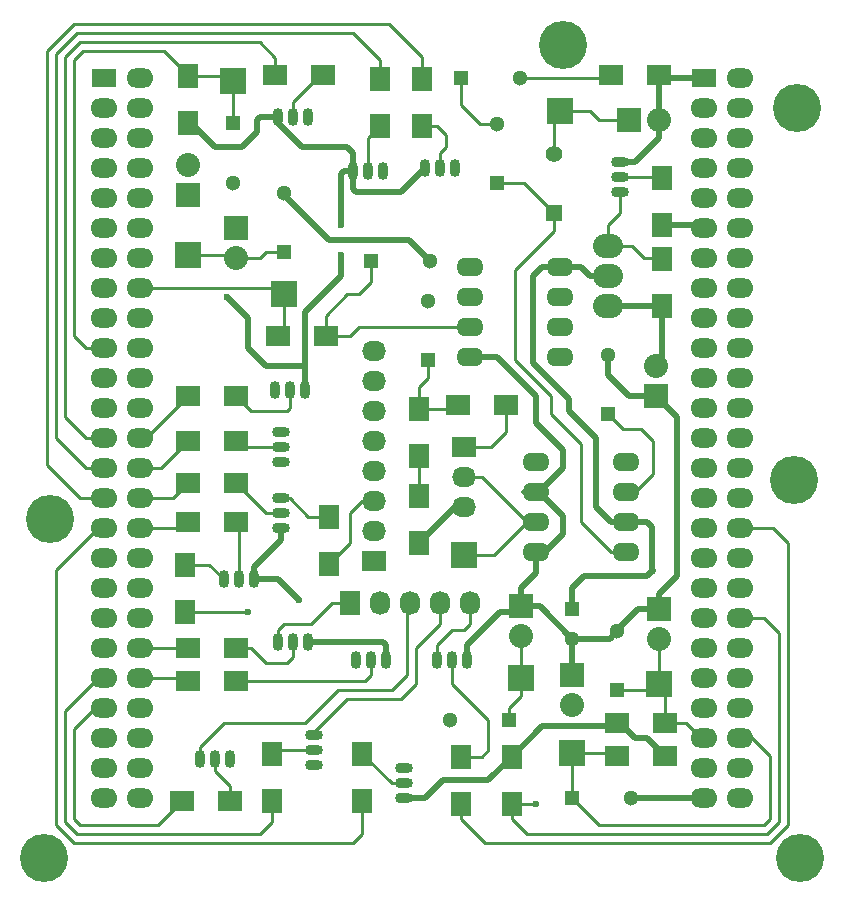
<source format=gbr>
G04 #@! TF.FileFunction,Copper,L1,Top,Signal*
%FSLAX46Y46*%
G04 Gerber Fmt 4.6, Leading zero omitted, Abs format (unit mm)*
G04 Created by KiCad (PCBNEW 4.0.1-stable) date 2016-06-27 2:05:19 PM*
%MOMM*%
G01*
G04 APERTURE LIST*
%ADD10C,0.100000*%
%ADD11C,4.064000*%
%ADD12R,2.032000X1.524000*%
%ADD13O,2.286000X1.651000*%
%ADD14R,1.300000X1.300000*%
%ADD15C,1.300000*%
%ADD16R,1.400000X1.400000*%
%ADD17C,1.400000*%
%ADD18R,2.032000X2.032000*%
%ADD19O,2.032000X2.032000*%
%ADD20R,1.727200X2.032000*%
%ADD21O,1.727200X2.032000*%
%ADD22R,2.032000X1.727200*%
%ADD23O,2.032000X1.727200*%
%ADD24O,2.540000X2.032000*%
%ADD25O,0.899160X1.501140*%
%ADD26O,1.501140X0.899160*%
%ADD27O,2.300000X1.600000*%
%ADD28R,2.235200X2.235200*%
%ADD29R,2.000000X1.700000*%
%ADD30R,1.700000X2.000000*%
%ADD31C,0.600000*%
%ADD32C,0.500000*%
%ADD33C,0.250000*%
G04 APERTURE END LIST*
D10*
D11*
X149860000Y-59436000D03*
X86106000Y-122936000D03*
X150114000Y-122936000D03*
X130048000Y-54102000D03*
X86614000Y-94234000D03*
D12*
X141986000Y-56896000D03*
D13*
X141986000Y-59436000D03*
X141986000Y-61976000D03*
X141986000Y-64516000D03*
X141986000Y-67056000D03*
X141986000Y-69596000D03*
X141986000Y-72136000D03*
X141986000Y-74676000D03*
X141986000Y-77216000D03*
X141986000Y-79756000D03*
X141986000Y-82296000D03*
X141986000Y-84836000D03*
X141986000Y-87376000D03*
X141986000Y-89916000D03*
X141986000Y-92456000D03*
X141986000Y-94996000D03*
X141986000Y-97536000D03*
X141986000Y-100076000D03*
X141986000Y-102616000D03*
X141986000Y-105156000D03*
X141986000Y-107696000D03*
X141986000Y-110236000D03*
X141986000Y-112776000D03*
X141986000Y-115316000D03*
X141986000Y-117856000D03*
X145034000Y-56896000D03*
X145034000Y-59436000D03*
X145034000Y-61976000D03*
X145034000Y-64516000D03*
X145034000Y-67056000D03*
X145034000Y-69596000D03*
X145034000Y-72136000D03*
X145034000Y-74676000D03*
X145034000Y-77216000D03*
X145034000Y-79756000D03*
X145034000Y-82296000D03*
X145034000Y-84836000D03*
X145034000Y-87376000D03*
X145034000Y-89916000D03*
X145034000Y-92456000D03*
X145034000Y-94996000D03*
X145034000Y-97536000D03*
X145034000Y-100076000D03*
X145034000Y-102616000D03*
X145034000Y-105156000D03*
X145034000Y-107696000D03*
X145034000Y-110236000D03*
X145034000Y-112776000D03*
X145034000Y-115316000D03*
X145034000Y-117856000D03*
D14*
X130810000Y-101854000D03*
D15*
X130810000Y-104354000D03*
D14*
X113792000Y-72390000D03*
D15*
X118792000Y-72390000D03*
D14*
X118618000Y-80772000D03*
D15*
X118618000Y-75772000D03*
D14*
X102108000Y-60706000D03*
D15*
X102108000Y-65706000D03*
D14*
X106426000Y-71628000D03*
D15*
X106426000Y-66628000D03*
D14*
X125476000Y-111252000D03*
D15*
X120476000Y-111252000D03*
D14*
X133858000Y-85344000D03*
D15*
X133858000Y-80344000D03*
D14*
X124460000Y-65786000D03*
D15*
X124460000Y-60786000D03*
D14*
X121412000Y-56896000D03*
D15*
X126412000Y-56896000D03*
D16*
X129286000Y-68326000D03*
D17*
X129286000Y-63326000D03*
D14*
X130810000Y-117856000D03*
D15*
X135810000Y-117856000D03*
D14*
X134620000Y-108712000D03*
D15*
X134620000Y-103712000D03*
D18*
X137922000Y-83820000D03*
D19*
X137922000Y-81280000D03*
D20*
X112014000Y-101346000D03*
D21*
X114554000Y-101346000D03*
X117094000Y-101346000D03*
X119634000Y-101346000D03*
X122174000Y-101346000D03*
D22*
X114046000Y-97790000D03*
D23*
X114046000Y-95250000D03*
X114046000Y-92710000D03*
X114046000Y-90170000D03*
X114046000Y-87630000D03*
X114046000Y-85090000D03*
X114046000Y-82550000D03*
X114046000Y-80010000D03*
D18*
X135636000Y-60452000D03*
D19*
X138176000Y-60452000D03*
D24*
X133858000Y-73660000D03*
X133858000Y-76200000D03*
X133858000Y-71120000D03*
D25*
X106934000Y-83312000D03*
X108204000Y-83312000D03*
X105664000Y-83312000D03*
X107188000Y-104648000D03*
X108458000Y-104648000D03*
X105918000Y-104648000D03*
D26*
X106172000Y-88138000D03*
X106172000Y-89408000D03*
X106172000Y-86868000D03*
X106172000Y-93726000D03*
X106172000Y-94996000D03*
X106172000Y-92456000D03*
D25*
X113792000Y-106172000D03*
X115062000Y-106172000D03*
X112522000Y-106172000D03*
X102616000Y-99314000D03*
X103886000Y-99314000D03*
X101346000Y-99314000D03*
D26*
X116586000Y-116586000D03*
X116586000Y-117856000D03*
X116586000Y-115316000D03*
D25*
X119634000Y-64516000D03*
X118364000Y-64516000D03*
X120904000Y-64516000D03*
X100584000Y-114554000D03*
X101854000Y-114554000D03*
X99314000Y-114554000D03*
X113538000Y-64770000D03*
X112268000Y-64770000D03*
X114808000Y-64770000D03*
X107188000Y-60198000D03*
X105918000Y-60198000D03*
X108458000Y-60198000D03*
D26*
X108966000Y-113792000D03*
X108966000Y-115062000D03*
X108966000Y-112522000D03*
D25*
X120650000Y-106172000D03*
X121920000Y-106172000D03*
X119380000Y-106172000D03*
D26*
X134874000Y-65278000D03*
X134874000Y-64008000D03*
X134874000Y-66548000D03*
D27*
X122174000Y-72898000D03*
X122174000Y-75438000D03*
X122174000Y-77978000D03*
X122174000Y-80518000D03*
X129794000Y-80518000D03*
X129794000Y-77978000D03*
X129794000Y-75438000D03*
X129794000Y-72898000D03*
X127762000Y-89408000D03*
X127762000Y-91948000D03*
X127762000Y-94488000D03*
X127762000Y-97028000D03*
X135382000Y-97028000D03*
X135382000Y-94488000D03*
X135382000Y-91948000D03*
X135382000Y-89408000D03*
D28*
X106426000Y-75184000D03*
X121666000Y-97282000D03*
X129794000Y-59690000D03*
X102108000Y-57150000D03*
X98298000Y-71882000D03*
X126492000Y-107696000D03*
X130810000Y-114046000D03*
X138176000Y-108204000D03*
D18*
X98298000Y-66802000D03*
D19*
X98298000Y-64262000D03*
D18*
X102362000Y-69596000D03*
D19*
X102362000Y-72136000D03*
D18*
X126492000Y-101600000D03*
D19*
X126492000Y-104140000D03*
D18*
X130810000Y-107442000D03*
D19*
X130810000Y-109982000D03*
D18*
X138176000Y-101854000D03*
D19*
X138176000Y-104394000D03*
D12*
X91186000Y-56896000D03*
D13*
X91186000Y-59436000D03*
X91186000Y-61976000D03*
X91186000Y-64516000D03*
X91186000Y-67056000D03*
X91186000Y-69596000D03*
X91186000Y-72136000D03*
X91186000Y-74676000D03*
X91186000Y-77216000D03*
X91186000Y-79756000D03*
X91186000Y-82296000D03*
X91186000Y-84836000D03*
X91186000Y-87376000D03*
X91186000Y-89916000D03*
X91186000Y-92456000D03*
X91186000Y-94996000D03*
X91186000Y-97536000D03*
X91186000Y-100076000D03*
X91186000Y-102616000D03*
X91186000Y-105156000D03*
X91186000Y-107696000D03*
X91186000Y-110236000D03*
X91186000Y-112776000D03*
X91186000Y-115316000D03*
X91186000Y-117856000D03*
X94234000Y-56896000D03*
X94234000Y-59436000D03*
X94234000Y-61976000D03*
X94234000Y-64516000D03*
X94234000Y-67056000D03*
X94234000Y-69596000D03*
X94234000Y-72136000D03*
X94234000Y-74676000D03*
X94234000Y-77216000D03*
X94234000Y-79756000D03*
X94234000Y-82296000D03*
X94234000Y-84836000D03*
X94234000Y-87376000D03*
X94234000Y-89916000D03*
X94234000Y-92456000D03*
X94234000Y-94996000D03*
X94234000Y-97536000D03*
X94234000Y-100076000D03*
X94234000Y-102616000D03*
X94234000Y-105156000D03*
X94234000Y-107696000D03*
X94234000Y-110236000D03*
X94234000Y-112776000D03*
X94234000Y-115316000D03*
X94234000Y-117856000D03*
D29*
X109950000Y-78740000D03*
X105950000Y-78740000D03*
D30*
X117856000Y-84868000D03*
X117856000Y-88868000D03*
D29*
X121190000Y-84582000D03*
X125190000Y-84582000D03*
D30*
X138430000Y-72168000D03*
X138430000Y-76168000D03*
X138430000Y-65310000D03*
X138430000Y-69310000D03*
D29*
X134144000Y-56642000D03*
X138144000Y-56642000D03*
X102330000Y-83820000D03*
X98330000Y-83820000D03*
X102330000Y-87630000D03*
X98330000Y-87630000D03*
X102330000Y-91186000D03*
X98330000Y-91186000D03*
X102330000Y-94488000D03*
X98330000Y-94488000D03*
D30*
X113030000Y-114078000D03*
X113030000Y-118078000D03*
X118110000Y-60928000D03*
X118110000Y-56928000D03*
X114554000Y-60928000D03*
X114554000Y-56928000D03*
D29*
X109696000Y-56642000D03*
X105696000Y-56642000D03*
X102330000Y-105156000D03*
X98330000Y-105156000D03*
X102330000Y-107950000D03*
X98330000Y-107950000D03*
X101822000Y-118110000D03*
X97822000Y-118110000D03*
D30*
X105410000Y-114078000D03*
X105410000Y-118078000D03*
X110236000Y-98012000D03*
X110236000Y-94012000D03*
X98044000Y-102076000D03*
X98044000Y-98076000D03*
X121412000Y-114332000D03*
X121412000Y-118332000D03*
X117856000Y-92234000D03*
X117856000Y-96234000D03*
X98298000Y-60674000D03*
X98298000Y-56674000D03*
X125730000Y-114332000D03*
X125730000Y-118332000D03*
D29*
X138652000Y-114300000D03*
X134652000Y-114300000D03*
X134652000Y-111506000D03*
X138652000Y-111506000D03*
D22*
X121666000Y-88138000D03*
D23*
X121666000Y-90678000D03*
X121666000Y-93218000D03*
D11*
X149606000Y-90932000D03*
D31*
X127762000Y-118364000D03*
X103378000Y-102108000D03*
X107696000Y-101092000D03*
X111252000Y-69342000D03*
X111252000Y-71882000D03*
X101600000Y-75438000D03*
D32*
X133858000Y-73660000D02*
X132334000Y-73660000D01*
X131572000Y-72898000D02*
X129794000Y-72898000D01*
X134112000Y-94488000D02*
X135382000Y-94488000D01*
X137160000Y-94488000D02*
X135382000Y-94488000D01*
X130810000Y-72898000D02*
X129794000Y-72898000D01*
D33*
X137160000Y-94488000D02*
X135382000Y-94488000D01*
X129794000Y-72898000D02*
X130810000Y-72898000D01*
D32*
X137541000Y-94869000D02*
X137541000Y-98679000D01*
X137541000Y-98679000D02*
X137668000Y-98552000D01*
X137160000Y-99060000D02*
X137668000Y-98552000D01*
X137541000Y-94869000D02*
X137160000Y-94488000D01*
X132842000Y-93218000D02*
X134112000Y-94488000D01*
X132842000Y-87376000D02*
X132842000Y-93218000D01*
X130556000Y-84074000D02*
X130556000Y-85090000D01*
X130556000Y-85090000D02*
X132842000Y-87376000D01*
X127508000Y-81026000D02*
X130556000Y-84074000D01*
D33*
X130556000Y-84074000D02*
X127508000Y-81026000D01*
D32*
X127508000Y-73660000D02*
X127508000Y-81026000D01*
D33*
X127508000Y-81026000D02*
X127508000Y-73660000D01*
D32*
X130810000Y-101854000D02*
X130810000Y-100076000D01*
X131572000Y-72898000D02*
X132334000Y-73660000D01*
X129794000Y-72898000D02*
X128270000Y-72898000D01*
X128270000Y-72898000D02*
X127508000Y-73660000D01*
D33*
X127508000Y-73660000D02*
X128270000Y-72898000D01*
D32*
X131826000Y-99060000D02*
X137160000Y-99060000D01*
D33*
X131826000Y-99060000D02*
X137160000Y-99060000D01*
D32*
X130810000Y-100076000D02*
X131826000Y-99060000D01*
D33*
X130810000Y-100076000D02*
X131826000Y-99060000D01*
D32*
X127762000Y-91948000D02*
X128016000Y-91948000D01*
X128016000Y-91948000D02*
X130048000Y-89916000D01*
X128016000Y-91948000D02*
X130048000Y-93980000D01*
X130048000Y-95504000D02*
X128524000Y-97028000D01*
X128524000Y-97028000D02*
X127762000Y-97028000D01*
X124460000Y-80518000D02*
X127762000Y-83820000D01*
X122174000Y-80518000D02*
X124460000Y-80518000D01*
X108458000Y-104648000D02*
X114808000Y-104648000D01*
X115062000Y-104902000D02*
X115062000Y-106172000D01*
X114808000Y-104648000D02*
X115062000Y-104902000D01*
X126746000Y-91948000D02*
X127762000Y-91948000D01*
X106426000Y-66628000D02*
X106426000Y-66802000D01*
X106426000Y-66802000D02*
X110236000Y-70612000D01*
X117014000Y-70612000D02*
X118792000Y-72390000D01*
X110236000Y-70612000D02*
X117014000Y-70612000D01*
X117856000Y-96234000D02*
X117888000Y-96234000D01*
X117888000Y-96234000D02*
X120904000Y-93218000D01*
X120904000Y-93218000D02*
X121666000Y-93218000D01*
X127762000Y-98806000D02*
X127762000Y-97028000D01*
X138176000Y-101854000D02*
X138176000Y-100584000D01*
X139700000Y-85598000D02*
X137922000Y-83820000D01*
X139700000Y-99060000D02*
X139700000Y-85598000D01*
X138176000Y-100584000D02*
X139700000Y-99060000D01*
X133858000Y-80344000D02*
X133858000Y-82042000D01*
X133858000Y-82042000D02*
X135636000Y-83820000D01*
X135636000Y-83820000D02*
X137922000Y-83820000D01*
X134620000Y-103712000D02*
X134620000Y-103632000D01*
X134620000Y-103632000D02*
X136398000Y-101854000D01*
X130810000Y-104354000D02*
X130810000Y-107442000D01*
X130810000Y-104354000D02*
X133978000Y-104354000D01*
X133978000Y-104354000D02*
X134620000Y-103712000D01*
X121920000Y-106172000D02*
X121920000Y-104902000D01*
X142240000Y-117856000D02*
X135810000Y-117856000D01*
X134874000Y-64008000D02*
X136144000Y-64008000D01*
X136144000Y-64008000D02*
X138176000Y-61976000D01*
X138176000Y-61976000D02*
X138176000Y-60452000D01*
X138144000Y-56642000D02*
X138144000Y-60420000D01*
X138144000Y-60420000D02*
X138176000Y-60452000D01*
X142240000Y-56896000D02*
X138398000Y-56896000D01*
X138398000Y-56896000D02*
X138144000Y-56642000D01*
X127762000Y-83820000D02*
X127762000Y-86106000D01*
X130048000Y-93980000D02*
X130048000Y-95504000D01*
X130048000Y-88392000D02*
X130048000Y-89916000D01*
X127762000Y-86106000D02*
X130048000Y-88392000D01*
X123952000Y-102870000D02*
X124714000Y-102108000D01*
X121920000Y-104902000D02*
X123952000Y-102870000D01*
X126492000Y-101600000D02*
X128056000Y-101600000D01*
X124714000Y-102108000D02*
X125984000Y-102108000D01*
X125984000Y-102108000D02*
X126492000Y-101600000D01*
X126492000Y-101600000D02*
X126492000Y-100076000D01*
X126492000Y-100076000D02*
X127762000Y-98806000D01*
X128056000Y-101600000D02*
X130810000Y-104354000D01*
X136398000Y-101854000D02*
X138176000Y-101854000D01*
D33*
X109950000Y-78740000D02*
X112014000Y-78740000D01*
X112014000Y-78740000D02*
X112776000Y-77978000D01*
X109950000Y-78740000D02*
X109950000Y-76994000D01*
X113792000Y-74168000D02*
X113792000Y-72390000D01*
X112776000Y-75184000D02*
X113792000Y-74168000D01*
X111760000Y-75184000D02*
X112776000Y-75184000D01*
X109950000Y-76994000D02*
X111760000Y-75184000D01*
X109950000Y-78740000D02*
X109950000Y-78010000D01*
X109950000Y-78740000D02*
X110744000Y-78740000D01*
X112776000Y-77978000D02*
X122174000Y-77978000D01*
X117856000Y-84868000D02*
X120904000Y-84868000D01*
X120904000Y-84868000D02*
X121190000Y-84582000D01*
X118618000Y-80772000D02*
X118618000Y-82296000D01*
X117856000Y-83058000D02*
X117856000Y-84868000D01*
X118618000Y-82296000D02*
X117856000Y-83058000D01*
X98298000Y-56642000D02*
X96266000Y-54610000D01*
X98298000Y-56674000D02*
X98298000Y-56642000D01*
X89662000Y-79756000D02*
X91440000Y-79756000D01*
X88646000Y-78740000D02*
X89662000Y-79756000D01*
X88646000Y-77978000D02*
X88646000Y-78740000D01*
X88646000Y-78486000D02*
X88646000Y-77978000D01*
X88646000Y-55372000D02*
X88646000Y-78486000D01*
X89408000Y-54610000D02*
X88646000Y-55372000D01*
X89662000Y-54610000D02*
X89408000Y-54610000D01*
X96266000Y-54610000D02*
X89662000Y-54610000D01*
X102108000Y-60706000D02*
X101854000Y-60706000D01*
X102108000Y-57150000D02*
X102108000Y-60706000D01*
X98298000Y-56674000D02*
X101632000Y-56674000D01*
X101632000Y-56674000D02*
X102108000Y-57150000D01*
X98298000Y-71882000D02*
X102108000Y-71882000D01*
X102108000Y-71882000D02*
X102362000Y-72136000D01*
X102362000Y-72136000D02*
X104394000Y-72136000D01*
X104394000Y-72136000D02*
X104902000Y-71628000D01*
X104902000Y-71628000D02*
X106426000Y-71628000D01*
X127730000Y-118332000D02*
X125730000Y-118332000D01*
X127762000Y-118364000D02*
X127730000Y-118332000D01*
X125476000Y-111252000D02*
X125476000Y-110236000D01*
X126492000Y-109220000D02*
X126492000Y-107696000D01*
X125476000Y-110236000D02*
X126492000Y-109220000D01*
X126492000Y-104140000D02*
X126492000Y-107696000D01*
X125476000Y-111252000D02*
X125476000Y-110998000D01*
X136144000Y-120904000D02*
X147320000Y-120904000D01*
X147066000Y-102616000D02*
X144780000Y-102616000D01*
X125730000Y-118332000D02*
X125730000Y-119634000D01*
X127000000Y-120904000D02*
X136144000Y-120904000D01*
X125730000Y-119634000D02*
X127000000Y-120904000D01*
X147320000Y-120904000D02*
X148336000Y-119888000D01*
X148336000Y-119888000D02*
X148336000Y-103886000D01*
X148336000Y-103886000D02*
X147066000Y-102616000D01*
X135382000Y-91948000D02*
X136144000Y-91948000D01*
X136144000Y-91948000D02*
X137668000Y-90424000D01*
X137668000Y-90424000D02*
X137668000Y-87630000D01*
X137668000Y-87630000D02*
X136652000Y-86614000D01*
X136652000Y-86614000D02*
X135128000Y-86614000D01*
X135128000Y-86614000D02*
X133858000Y-85344000D01*
X126746000Y-81534000D02*
X125984000Y-80772000D01*
X129032000Y-83820000D02*
X129032000Y-85344000D01*
X129032000Y-85344000D02*
X131572000Y-87884000D01*
X126746000Y-81534000D02*
X129032000Y-83820000D01*
X125984000Y-73152000D02*
X126746000Y-72390000D01*
X125984000Y-80772000D02*
X125984000Y-73152000D01*
X135382000Y-97028000D02*
X134112000Y-97028000D01*
X129286000Y-68326000D02*
X129286000Y-69850000D01*
X126746000Y-72390000D02*
X129286000Y-69850000D01*
X134112000Y-97028000D02*
X132080000Y-94996000D01*
X126746000Y-65786000D02*
X129286000Y-68326000D01*
X124460000Y-65786000D02*
X126746000Y-65786000D01*
X131572000Y-94488000D02*
X132080000Y-94996000D01*
X131572000Y-87884000D02*
X131572000Y-94488000D01*
X124460000Y-60786000D02*
X123016000Y-60786000D01*
X123016000Y-60786000D02*
X121412000Y-59182000D01*
X121412000Y-56896000D02*
X121412000Y-58674000D01*
X121412000Y-58674000D02*
X121412000Y-59182000D01*
X126412000Y-56896000D02*
X133890000Y-56896000D01*
X133890000Y-56896000D02*
X134144000Y-56642000D01*
X129794000Y-59690000D02*
X132334000Y-59690000D01*
X132334000Y-59690000D02*
X133096000Y-60452000D01*
X133096000Y-60452000D02*
X135636000Y-60452000D01*
X129286000Y-60198000D02*
X129794000Y-59690000D01*
X129286000Y-63326000D02*
X129286000Y-60198000D01*
X130810000Y-114046000D02*
X134398000Y-114046000D01*
X134398000Y-114046000D02*
X134652000Y-114300000D01*
X134144000Y-113792000D02*
X134652000Y-114300000D01*
X130810000Y-117856000D02*
X133096000Y-120142000D01*
X133096000Y-120142000D02*
X142494000Y-120142000D01*
X142494000Y-120142000D02*
X146558000Y-120142000D01*
X146558000Y-120142000D02*
X146812000Y-120142000D01*
X146812000Y-120142000D02*
X147066000Y-120142000D01*
X147066000Y-120142000D02*
X147574000Y-119634000D01*
X147574000Y-119634000D02*
X147574000Y-114300000D01*
X147574000Y-114300000D02*
X146050000Y-112776000D01*
X146050000Y-112776000D02*
X144780000Y-112776000D01*
X130810000Y-117856000D02*
X130810000Y-113792000D01*
X138652000Y-111506000D02*
X140462000Y-111506000D01*
X140462000Y-111506000D02*
X141732000Y-112776000D01*
X141732000Y-112776000D02*
X142240000Y-112776000D01*
X138652000Y-111506000D02*
X139446000Y-111506000D01*
X138652000Y-111506000D02*
X138652000Y-108680000D01*
X138652000Y-108680000D02*
X138176000Y-108204000D01*
X134620000Y-108712000D02*
X137668000Y-108712000D01*
X137668000Y-108712000D02*
X138176000Y-108204000D01*
X138176000Y-104394000D02*
X138176000Y-108204000D01*
D32*
X138430000Y-76168000D02*
X138430000Y-80772000D01*
X138430000Y-80772000D02*
X137922000Y-81280000D01*
X133858000Y-76200000D02*
X138398000Y-76200000D01*
X138398000Y-76200000D02*
X138430000Y-76168000D01*
D33*
X108712000Y-103124000D02*
X110490000Y-101346000D01*
X105918000Y-104648000D02*
X105918000Y-103632000D01*
X110490000Y-101346000D02*
X112014000Y-101346000D01*
X106426000Y-103124000D02*
X108712000Y-103124000D01*
X105918000Y-103632000D02*
X106426000Y-103124000D01*
X116840000Y-103886000D02*
X116840000Y-101600000D01*
X116840000Y-101600000D02*
X117094000Y-101346000D01*
X99314000Y-114554000D02*
X99314000Y-113538000D01*
X116840000Y-107442000D02*
X116840000Y-103886000D01*
X115570000Y-108712000D02*
X116840000Y-107442000D01*
X110998000Y-108712000D02*
X115570000Y-108712000D01*
X108204000Y-111506000D02*
X110998000Y-108712000D01*
X101346000Y-111506000D02*
X108204000Y-111506000D01*
X99314000Y-113538000D02*
X101346000Y-111506000D01*
X108966000Y-112522000D02*
X108966000Y-112268000D01*
X108966000Y-112268000D02*
X111760000Y-109474000D01*
X111760000Y-109474000D02*
X116332000Y-109474000D01*
X116332000Y-109474000D02*
X117602000Y-108204000D01*
X117602000Y-108204000D02*
X117602000Y-105156000D01*
X117602000Y-105156000D02*
X119634000Y-103124000D01*
X119634000Y-103124000D02*
X119634000Y-101346000D01*
X119380000Y-106172000D02*
X119380000Y-104902000D01*
X122174000Y-103124000D02*
X122174000Y-101346000D01*
X121666000Y-103632000D02*
X122174000Y-103124000D01*
X120650000Y-103632000D02*
X121666000Y-103632000D01*
X119380000Y-104902000D02*
X120650000Y-103632000D01*
X112014000Y-95250000D02*
X112014000Y-96234000D01*
X112014000Y-96234000D02*
X110236000Y-98012000D01*
X112014000Y-93726000D02*
X113030000Y-92710000D01*
X112014000Y-95250000D02*
X112014000Y-93726000D01*
X113030000Y-92710000D02*
X114046000Y-92710000D01*
X110236000Y-98012000D02*
X110776000Y-98012000D01*
X113030000Y-92710000D02*
X114046000Y-92710000D01*
X98044000Y-102076000D02*
X99822000Y-102076000D01*
X103346000Y-102076000D02*
X99822000Y-102076000D01*
X99822000Y-102076000D02*
X100044000Y-102076000D01*
X103346000Y-102076000D02*
X103378000Y-102108000D01*
X106426000Y-75184000D02*
X106426000Y-78264000D01*
X106426000Y-78264000D02*
X105950000Y-78740000D01*
X93980000Y-74676000D02*
X105918000Y-74676000D01*
X105918000Y-74676000D02*
X106426000Y-75184000D01*
X105696000Y-56642000D02*
X105696000Y-55150000D01*
X89662000Y-87376000D02*
X91440000Y-87376000D01*
X87884000Y-85598000D02*
X89662000Y-87376000D01*
X87884000Y-55118000D02*
X87884000Y-85598000D01*
X89154000Y-53848000D02*
X87884000Y-55118000D01*
X104394000Y-53848000D02*
X89154000Y-53848000D01*
X105696000Y-55150000D02*
X104394000Y-53848000D01*
X93980000Y-87376000D02*
X94774000Y-87376000D01*
X94774000Y-87376000D02*
X98330000Y-83820000D01*
X111506000Y-53086000D02*
X112268000Y-53086000D01*
X91440000Y-89916000D02*
X89662000Y-89916000D01*
X87122000Y-87376000D02*
X89662000Y-89916000D01*
X87122000Y-54864000D02*
X87122000Y-87376000D01*
X88900000Y-53086000D02*
X87122000Y-54864000D01*
X89154000Y-53086000D02*
X88900000Y-53086000D01*
X89408000Y-53086000D02*
X89154000Y-53086000D01*
X111506000Y-53086000D02*
X89408000Y-53086000D01*
X114554000Y-55372000D02*
X114554000Y-56928000D01*
X112268000Y-53086000D02*
X114554000Y-55372000D01*
X114554000Y-56928000D02*
X114554000Y-56134000D01*
X93980000Y-89916000D02*
X96044000Y-89916000D01*
X96044000Y-89916000D02*
X98330000Y-87630000D01*
X86360000Y-71882000D02*
X86360000Y-89662000D01*
X113538000Y-52324000D02*
X115316000Y-52324000D01*
X86360000Y-60452000D02*
X86360000Y-54610000D01*
X88646000Y-52324000D02*
X86360000Y-54610000D01*
X113538000Y-52324000D02*
X88646000Y-52324000D01*
X118110000Y-56928000D02*
X118110000Y-55118000D01*
X115316000Y-52324000D02*
X118110000Y-55118000D01*
X86360000Y-71882000D02*
X86360000Y-60452000D01*
X89154000Y-92456000D02*
X91440000Y-92456000D01*
X86360000Y-89662000D02*
X89154000Y-92456000D01*
X118110000Y-56928000D02*
X118110000Y-56896000D01*
X93980000Y-92456000D02*
X97060000Y-92456000D01*
X97060000Y-92456000D02*
X98330000Y-91186000D01*
X109474000Y-121666000D02*
X112268000Y-121666000D01*
X113030000Y-120904000D02*
X113030000Y-118078000D01*
X112268000Y-121666000D02*
X113030000Y-120904000D01*
X91440000Y-94996000D02*
X90678000Y-94996000D01*
X90678000Y-94996000D02*
X87122000Y-98552000D01*
X87122000Y-120142000D02*
X87122000Y-98552000D01*
X88646000Y-121666000D02*
X87122000Y-120142000D01*
X109474000Y-121666000D02*
X88646000Y-121666000D01*
X90170000Y-94996000D02*
X91440000Y-94996000D01*
X113030000Y-118078000D02*
X113030000Y-118110000D01*
X93980000Y-94996000D02*
X97822000Y-94996000D01*
X97822000Y-94996000D02*
X98330000Y-94488000D01*
X93980000Y-105156000D02*
X98330000Y-105156000D01*
X102616000Y-120904000D02*
X104394000Y-120904000D01*
X105410000Y-119888000D02*
X105410000Y-118078000D01*
X104394000Y-120904000D02*
X105410000Y-119888000D01*
X87884000Y-110490000D02*
X90678000Y-107696000D01*
X87884000Y-119888000D02*
X87884000Y-110490000D01*
X88900000Y-120904000D02*
X87884000Y-119888000D01*
X102616000Y-120904000D02*
X88900000Y-120904000D01*
X105410000Y-118078000D02*
X105410000Y-118110000D01*
X90678000Y-107696000D02*
X91440000Y-107696000D01*
X93980000Y-107696000D02*
X98076000Y-107696000D01*
X98076000Y-107696000D02*
X98330000Y-107950000D01*
X97822000Y-118110000D02*
X97790000Y-118110000D01*
X97790000Y-118110000D02*
X95758000Y-120142000D01*
X95758000Y-120142000D02*
X89154000Y-120142000D01*
X89154000Y-120142000D02*
X88646000Y-119634000D01*
X88646000Y-119634000D02*
X88646000Y-112014000D01*
X88646000Y-112014000D02*
X90424000Y-110236000D01*
X90424000Y-110236000D02*
X91440000Y-110236000D01*
D32*
X103886000Y-99314000D02*
X103886000Y-98298000D01*
X103886000Y-98298000D02*
X106172000Y-96012000D01*
X105918000Y-99314000D02*
X103886000Y-99314000D01*
X107696000Y-101092000D02*
X105918000Y-99314000D01*
X110236000Y-62738000D02*
X111760000Y-62738000D01*
X111760000Y-62738000D02*
X112268000Y-63246000D01*
X111252000Y-65532000D02*
X111252000Y-65024000D01*
X111252000Y-69342000D02*
X111252000Y-65532000D01*
X111506000Y-64770000D02*
X112268000Y-64770000D01*
X111252000Y-65024000D02*
X111506000Y-64770000D01*
X107950000Y-62738000D02*
X110236000Y-62738000D01*
X102870000Y-62738000D02*
X104140000Y-61468000D01*
X104140000Y-61468000D02*
X104140000Y-60452000D01*
X104140000Y-60452000D02*
X104394000Y-60198000D01*
X100584000Y-62738000D02*
X102870000Y-62738000D01*
X112522000Y-66548000D02*
X116332000Y-66548000D01*
X116332000Y-66548000D02*
X118364000Y-64516000D01*
X106172000Y-96012000D02*
X106172000Y-94996000D01*
X132588000Y-111760000D02*
X134398000Y-111760000D01*
X134398000Y-111760000D02*
X134652000Y-111506000D01*
X108204000Y-81280000D02*
X106934000Y-81280000D01*
X103378000Y-77216000D02*
X101854000Y-75692000D01*
X103378000Y-79756000D02*
X103378000Y-77216000D01*
X104902000Y-81280000D02*
X103378000Y-79756000D01*
X106934000Y-81280000D02*
X104902000Y-81280000D01*
X108204000Y-81280000D02*
X108204000Y-81407000D01*
X108204000Y-81407000D02*
X108204000Y-81280000D01*
X108204000Y-83312000D02*
X108204000Y-81280000D01*
X108204000Y-81280000D02*
X108204000Y-80518000D01*
X108204000Y-80518000D02*
X108204000Y-80772000D01*
X108204000Y-80772000D02*
X108204000Y-80518000D01*
X108204000Y-80518000D02*
X108204000Y-80518000D01*
X108204000Y-80518000D02*
X108204000Y-76708000D01*
X108204000Y-76708000D02*
X111252000Y-73660000D01*
X111252000Y-73660000D02*
X111252000Y-71882000D01*
X112268000Y-63246000D02*
X112268000Y-64770000D01*
X105918000Y-60706000D02*
X107950000Y-62738000D01*
X112014000Y-64770000D02*
X112268000Y-64770000D01*
X112268000Y-64770000D02*
X112268000Y-66294000D01*
X112268000Y-66294000D02*
X112522000Y-66548000D01*
X105918000Y-60198000D02*
X105918000Y-60706000D01*
X98520000Y-60674000D02*
X100584000Y-62738000D01*
X104394000Y-60198000D02*
X105918000Y-60198000D01*
X98298000Y-60674000D02*
X98520000Y-60674000D01*
X101600000Y-75438000D02*
X101854000Y-75692000D01*
X108204000Y-83312000D02*
X108204000Y-82550000D01*
X101854000Y-75692000D02*
X101854000Y-75692000D01*
X134652000Y-111506000D02*
X134874000Y-111506000D01*
X134874000Y-111506000D02*
X136144000Y-112776000D01*
X137128000Y-112776000D02*
X138652000Y-114300000D01*
X136144000Y-112776000D02*
X137128000Y-112776000D01*
X116586000Y-117856000D02*
X118364000Y-117856000D01*
X123730000Y-116332000D02*
X125730000Y-114332000D01*
X119888000Y-116332000D02*
X123730000Y-116332000D01*
X118364000Y-117856000D02*
X119888000Y-116332000D01*
X128302000Y-111760000D02*
X125730000Y-114332000D01*
X132588000Y-111760000D02*
X128302000Y-111760000D01*
X138430000Y-69310000D02*
X141954000Y-69310000D01*
X141954000Y-69310000D02*
X142240000Y-69596000D01*
D33*
X141954000Y-69310000D02*
X142240000Y-69596000D01*
X121412000Y-118332000D02*
X121412000Y-119634000D01*
X147828000Y-94996000D02*
X144780000Y-94996000D01*
X149098000Y-96266000D02*
X147828000Y-94996000D01*
X149098000Y-120142000D02*
X149098000Y-96266000D01*
X147574000Y-121666000D02*
X149098000Y-120142000D01*
X147066000Y-121666000D02*
X147574000Y-121666000D01*
X123444000Y-121666000D02*
X147066000Y-121666000D01*
X121412000Y-119634000D02*
X123444000Y-121666000D01*
X135890000Y-71120000D02*
X136906000Y-72136000D01*
X133858000Y-71120000D02*
X135890000Y-71120000D01*
X136906000Y-72136000D02*
X138398000Y-72136000D01*
X138398000Y-72136000D02*
X138430000Y-72168000D01*
X134874000Y-66548000D02*
X134874000Y-68326000D01*
X133858000Y-69342000D02*
X133858000Y-71120000D01*
X134874000Y-68326000D02*
X133858000Y-69342000D01*
X102330000Y-83820000D02*
X102362000Y-83820000D01*
X102362000Y-83820000D02*
X103632000Y-85090000D01*
X103632000Y-85090000D02*
X106680000Y-85090000D01*
X106680000Y-85090000D02*
X106934000Y-84836000D01*
X106934000Y-84836000D02*
X106934000Y-83312000D01*
X102330000Y-105156000D02*
X102616000Y-105156000D01*
X107188000Y-104648000D02*
X107188000Y-105918000D01*
X103632000Y-105156000D02*
X102330000Y-105156000D01*
X104902000Y-106426000D02*
X103632000Y-105156000D01*
X106680000Y-106426000D02*
X104902000Y-106426000D01*
X107188000Y-105918000D02*
X106680000Y-106426000D01*
X106172000Y-88138000D02*
X102838000Y-88138000D01*
X102838000Y-88138000D02*
X102330000Y-87630000D01*
X102330000Y-91186000D02*
X102362000Y-91186000D01*
X102362000Y-91186000D02*
X104902000Y-93726000D01*
X104902000Y-93726000D02*
X106172000Y-93726000D01*
X106172000Y-92456000D02*
X106934000Y-92456000D01*
X108490000Y-94012000D02*
X110236000Y-94012000D01*
X106934000Y-92456000D02*
X108490000Y-94012000D01*
X102330000Y-107950000D02*
X113284000Y-107950000D01*
X113792000Y-107442000D02*
X113792000Y-106172000D01*
X113284000Y-107950000D02*
X113792000Y-107442000D01*
X102616000Y-99314000D02*
X102616000Y-94774000D01*
X102616000Y-94774000D02*
X102330000Y-94488000D01*
X100108000Y-98076000D02*
X101346000Y-99314000D01*
X98044000Y-98076000D02*
X100108000Y-98076000D01*
X116586000Y-116586000D02*
X115538000Y-116586000D01*
X115538000Y-116586000D02*
X113030000Y-114078000D01*
X119634000Y-63246000D02*
X119634000Y-64516000D01*
X120142000Y-62738000D02*
X119634000Y-63246000D01*
X120142000Y-61722000D02*
X120142000Y-62738000D01*
X118110000Y-60928000D02*
X119348000Y-60928000D01*
X119348000Y-60928000D02*
X120142000Y-61722000D01*
X100584000Y-115570000D02*
X101822000Y-116808000D01*
X100584000Y-114554000D02*
X100584000Y-115570000D01*
X101822000Y-116808000D02*
X101822000Y-117094000D01*
X101822000Y-117062000D02*
X101822000Y-117094000D01*
X101822000Y-117094000D02*
X101822000Y-118110000D01*
X113538000Y-62738000D02*
X113538000Y-61944000D01*
X113538000Y-61944000D02*
X114554000Y-60928000D01*
X113538000Y-64770000D02*
X113538000Y-62738000D01*
X109696000Y-56642000D02*
X109474000Y-56642000D01*
X109474000Y-56642000D02*
X107188000Y-58928000D01*
X107188000Y-58928000D02*
X107188000Y-60198000D01*
X107442000Y-113792000D02*
X105696000Y-113792000D01*
X105696000Y-113792000D02*
X105410000Y-114078000D01*
X107442000Y-113792000D02*
X108966000Y-113792000D01*
X121412000Y-114332000D02*
X123158000Y-114332000D01*
X123698000Y-111252000D02*
X122428000Y-109982000D01*
X123698000Y-113792000D02*
X123698000Y-111252000D01*
X123158000Y-114332000D02*
X123698000Y-113792000D01*
X120650000Y-106172000D02*
X120650000Y-108204000D01*
X120650000Y-108204000D02*
X122428000Y-109982000D01*
X134874000Y-65278000D02*
X138398000Y-65278000D01*
X138398000Y-65278000D02*
X138430000Y-65310000D01*
X117856000Y-88868000D02*
X117856000Y-92234000D01*
X123952000Y-88138000D02*
X125222000Y-86868000D01*
X125222000Y-84614000D02*
X125222000Y-86868000D01*
X123952000Y-88138000D02*
X121666000Y-88138000D01*
X125222000Y-84614000D02*
X125190000Y-84582000D01*
X127762000Y-94488000D02*
X127000000Y-94488000D01*
X127000000Y-94488000D02*
X123190000Y-90678000D01*
X123190000Y-90678000D02*
X121666000Y-90678000D01*
X121666000Y-97282000D02*
X124206000Y-97282000D01*
X124206000Y-97282000D02*
X127000000Y-94488000D01*
M02*

</source>
